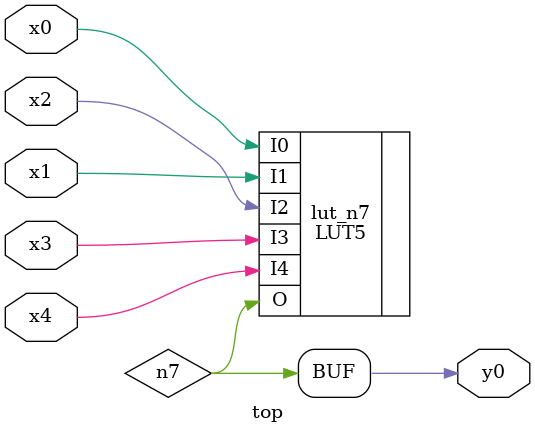
<source format=v>
module top (x0, x1, x2, x3, x4, y0);
  input x0, x1, x2, x3, x4;
  output y0;
  wire n7;
  LUT5 #(.INIT(32'hFEE8E880)) lut_n7 (.I0(x0), .I1(x1), .I2(x2), .I3(x3), .I4(x4), .O(n7));
  assign y0 = n7;
endmodule

</source>
